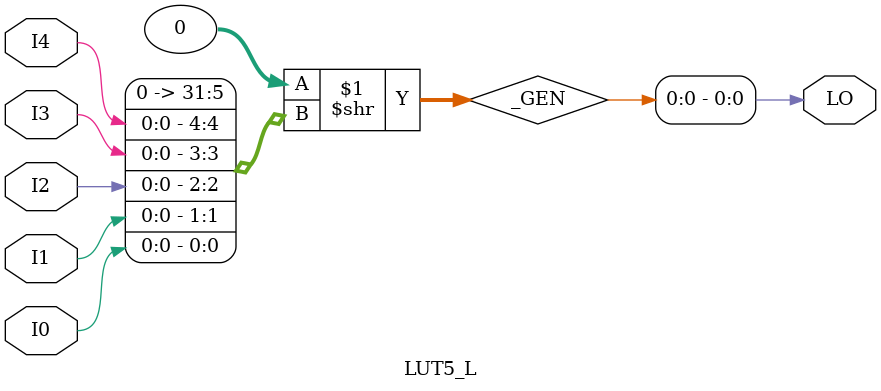
<source format=v>
module LUT5_L(	// file.cleaned.mlir:2:3
  input  I0,	// file.cleaned.mlir:2:24
         I1,	// file.cleaned.mlir:2:37
         I2,	// file.cleaned.mlir:2:50
         I3,	// file.cleaned.mlir:2:63
         I4,	// file.cleaned.mlir:2:76
  output LO	// file.cleaned.mlir:2:90
);

  wire [31:0] _GEN = 32'h0 >> {27'h0, I4, I3, I2, I1, I0};	// file.cleaned.mlir:3:15, :4:15, :5:10, :6:10
  assign LO = _GEN[0];	// file.cleaned.mlir:6:10, :7:10, :8:5
endmodule


</source>
